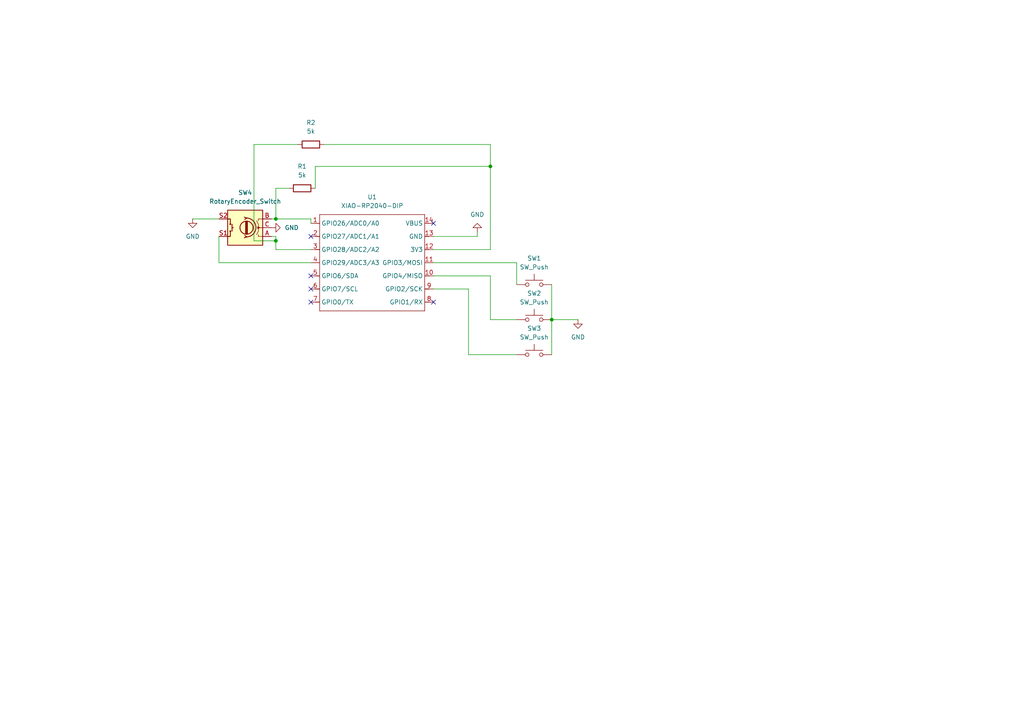
<source format=kicad_sch>
(kicad_sch (version 20231120) (generator "eeschema") (generator_version "8.0")
  (paper "A4")
  (lib_symbols
    (symbol "Device:R" (pin_numbers hide) (pin_names (offset 0))
      (property "Reference" "R" (at 2.032 0 90))
      (property "Value" "R" (at 0 0 90))
      (symbol "R_0_1"
        (rectangle (start -1.016 -2.54) (end 1.016 2.54) (stroke (width 0.254)))
      )
      (symbol "R_1_1"
        (pin passive line (at 0 3.81 270) (length 1.27) (name "~") (number "1"))
        (pin passive line (at 0 -3.81 90) (length 1.27) (name "~") (number "2"))
      )
    )
    (symbol "Device:RotaryEncoder_Switch" (pin_names (offset 0.254) hide)
      (property "Reference" "SW" (at 0 6.604 0))
      (property "Value" "RotaryEncoder_Switch" (at 0 -6.604 0))
      (symbol "RotaryEncoder_Switch_0_1"
        (rectangle (start -5.08 5.08) (end 5.08 -5.08) (stroke (width 0.254)) (fill (type background)))
        (circle (center -3.81 0) (radius 0.254) (fill (type outline)))
        (circle (center -0.381 0) (radius 1.905) (stroke (width 0.254)))
        (arc (start -0.381 2.667) (mid -3.0988 -0.0635) (end -0.381 -2.794) (stroke (width 0.254)))
        (polyline (pts (xy -0.635 -1.778) (xy -0.635 1.778)) (stroke (width 0.254)))
        (polyline (pts (xy -0.381 -1.778) (xy -0.381 1.778)) (stroke (width 0.254)))
        (polyline (pts (xy -0.127 1.778) (xy -0.127 -1.778)) (stroke (width 0.254)))
        (polyline (pts (xy 3.81 0) (xy 3.429 0)) (stroke (width 0.254)))
        (polyline (pts (xy 3.81 1.016) (xy 3.81 -1.016)) (stroke (width 0.254)))
        (polyline (pts (xy -5.08 -2.54) (xy -3.81 -2.54) (xy -3.81 -2.032)))
        (polyline (pts (xy -5.08 2.54) (xy -3.81 2.54) (xy -3.81 2.032)))
        (polyline (pts (xy 0.254 -3.048) (xy -0.508 -2.794) (xy 0.127 -2.413)) (stroke (width 0.254)))
        (polyline (pts (xy 0.254 2.921) (xy -0.508 2.667) (xy 0.127 2.286)) (stroke (width 0.254)))
        (polyline (pts (xy 5.08 -2.54) (xy 4.318 -2.54) (xy 4.318 -1.016)) (stroke (width 0.254)))
        (polyline (pts (xy 5.08 2.54) (xy 4.318 2.54) (xy 4.318 1.016)) (stroke (width 0.254)))
        (polyline (pts (xy -5.08 0) (xy -3.81 0) (xy -3.81 -1.016) (xy -3.302 -2.032)))
        (polyline (pts (xy -4.318 0) (xy -3.81 0) (xy -3.81 1.016) (xy -3.302 2.032)))
        (circle (center 4.318 -1.016) (radius 0.127) (stroke (width 0.254)))
        (circle (center 4.318 1.016) (radius 0.127) (stroke (width 0.254)))
      )
      (symbol "RotaryEncoder_Switch_1_1"
        (pin passive line (at -7.62 2.54 0) (length 2.54) (name "A") (number "A"))
        (pin passive line (at -7.62 -2.54 0) (length 2.54) (name "B") (number "B"))
        (pin passive line (at -7.62 0 0) (length 2.54) (name "C") (number "C"))
        (pin passive line (at 7.62 2.54 180) (length 2.54) (name "S1") (number "S1"))
        (pin passive line (at 7.62 -2.54 180) (length 2.54) (name "S2") (number "S2"))
      )
    )
    (symbol "Seeed_Studio_XIAO_Series:XIAO-RP2040-DIP"
      (property "Reference" "U" (at 0 0 0))
      (property "Value" "XIAO-RP2040-DIP" (at 5.334 -1.778 0))
      (symbol "XIAO-RP2040-DIP_1_0"
        (polyline (pts (xy -1.27 -30.48) (xy -1.27 -16.51)) (stroke (width 0.1524)))
        (polyline (pts (xy -1.27 -27.94) (xy -2.54 -27.94)) (stroke (width 0.1524)))
        (polyline (pts (xy -1.27 -24.13) (xy -2.54 -24.13)) (stroke (width 0.1524)))
        (polyline (pts (xy -1.27 -20.32) (xy -2.54 -20.32)) (stroke (width 0.1524)))
        (polyline (pts (xy -1.27 -16.51) (xy -2.54 -16.51)) (stroke (width 0.1524)))
        (polyline (pts (xy -1.27 -16.51) (xy -1.27 -12.7)) (stroke (width 0.1524)))
        (polyline (pts (xy -1.27 -12.7) (xy -2.54 -12.7)) (stroke (width 0.1524)))
        (polyline (pts (xy -1.27 -12.7) (xy -1.27 -8.89)) (stroke (width 0.1524)))
        (polyline (pts (xy -1.27 -8.89) (xy -2.54 -8.89)) (stroke (width 0.1524)))
        (polyline (pts (xy -1.27 -8.89) (xy -1.27 -5.08)) (stroke (width 0.1524)))
        (polyline (pts (xy -1.27 -5.08) (xy -2.54 -5.08)) (stroke (width 0.1524)))
        (polyline (pts (xy -1.27 -5.08) (xy -1.27 -2.54)) (stroke (width 0.1524)))
        (polyline (pts (xy -1.27 -2.54) (xy 29.21 -2.54)) (stroke (width 0.1524)))
        (polyline (pts (xy 29.21 -30.48) (xy -1.27 -30.48)) (stroke (width 0.1524)))
        (polyline (pts (xy 29.21 -12.7) (xy 29.21 -30.48)) (stroke (width 0.1524)))
        (polyline (pts (xy 29.21 -8.89) (xy 29.21 -12.7)) (stroke (width 0.1524)))
        (polyline (pts (xy 29.21 -5.08) (xy 29.21 -8.89)) (stroke (width 0.1524)))
        (polyline (pts (xy 29.21 -2.54) (xy 29.21 -5.08)) (stroke (width 0.1524)))
        (polyline (pts (xy 30.48 -27.94) (xy 29.21 -27.94)) (stroke (width 0.1524)))
        (polyline (pts (xy 30.48 -24.13) (xy 29.21 -24.13)) (stroke (width 0.1524)))
        (polyline (pts (xy 30.48 -20.32) (xy 29.21 -20.32)) (stroke (width 0.1524)))
        (polyline (pts (xy 30.48 -16.51) (xy 29.21 -16.51)) (stroke (width 0.1524)))
        (polyline (pts (xy 30.48 -12.7) (xy 29.21 -12.7)) (stroke (width 0.1524)))
        (polyline (pts (xy 30.48 -8.89) (xy 29.21 -8.89)) (stroke (width 0.1524)))
        (polyline (pts (xy 30.48 -5.08) (xy 29.21 -5.08)) (stroke (width 0.1524)))
        (pin passive line (at -3.81 -5.08 0) (length 2.54) (name "GPIO26/ADC0/A0") (number "1"))
        (pin passive line (at 31.75 -20.32 180) (length 2.54) (name "GPIO4/MISO") (number "10"))
        (pin passive line (at 31.75 -16.51 180) (length 2.54) (name "GPIO3/MOSI") (number "11"))
        (pin passive line (at 31.75 -12.7 180) (length 2.54) (name "3V3") (number "12"))
        (pin passive line (at 31.75 -8.89 180) (length 2.54) (name "GND") (number "13"))
        (pin passive line (at 31.75 -5.08 180) (length 2.54) (name "VBUS") (number "14"))
        (pin passive line (at -3.81 -8.89 0) (length 2.54) (name "GPIO27/ADC1/A1") (number "2"))
        (pin passive line (at -3.81 -12.7 0) (length 2.54) (name "GPIO28/ADC2/A2") (number "3"))
        (pin passive line (at -3.81 -16.51 0) (length 2.54) (name "GPIO29/ADC3/A3") (number "4"))
        (pin passive line (at -3.81 -20.32 0) (length 2.54) (name "GPIO6/SDA") (number "5"))
        (pin passive line (at -3.81 -24.13 0) (length 2.54) (name "GPIO7/SCL") (number "6"))
        (pin passive line (at -3.81 -27.94 0) (length 2.54) (name "GPIO0/TX") (number "7"))
        (pin passive line (at 31.75 -27.94 180) (length 2.54) (name "GPIO1/RX") (number "8"))
        (pin passive line (at 31.75 -24.13 180) (length 2.54) (name "GPIO2/SCK") (number "9"))
      )
    )
    (symbol "Switch:SW_Push" (pin_numbers hide) (pin_names (offset 1.016) hide)
      (property "Reference" "SW" (at 1.27 2.54 0))
      (property "Value" "SW_Push" (at 0 -1.524 0))
      (symbol "SW_Push_0_1"
        (circle (center -2.032 0) (radius 0.508))
        (polyline (pts (xy 0 1.27) (xy 0 3.048)))
        (polyline (pts (xy 2.54 1.27) (xy -2.54 1.27)))
        (circle (center 2.032 0) (radius 0.508))
        (pin passive line (at -5.08 0 0) (length 2.54) (name "1") (number "1"))
        (pin passive line (at 5.08 0 180) (length 2.54) (name "2") (number "2"))
      )
    )
    (symbol "power:GND" (power) (pin_numbers hide) (pin_names (offset 0) hide)
      (property "Value" "GND" (at 0 -3.81 0))
      (symbol "GND_0_1"
        (polyline (pts (xy 0 0) (xy 0 -1.27) (xy 1.27 -1.27) (xy 0 -2.54) (xy -1.27 -1.27) (xy 0 -1.27)))
      )
      (symbol "GND_1_1"
        (pin power_in line (at 0 0 270) (length 0) (name "~") (number "1"))
      )
    )
  )
  (junction (at 80.01 69.85))
  (junction (at 142.24 48.26))
  (junction (at 160.02 92.71))
  (junction (at 80.01 63.5))
  (no_connect (at 90.17 87.63))
  (no_connect (at 90.17 68.58))
  (no_connect (at 125.73 87.63))
  (no_connect (at 90.17 80.01))
  (no_connect (at 90.17 83.82))
  (no_connect (at 125.73 64.77))
  (wire (pts (xy 160.02 92.71) (xy 160.02 102.87)))
  (wire (pts (xy 93.98 41.91) (xy 142.24 41.91)))
  (wire (pts (xy 80.01 63.5) (xy 90.17 63.5)))
  (wire (pts (xy 135.89 102.87) (xy 149.86 102.87)))
  (wire (pts (xy 73.66 41.91) (xy 86.36 41.91)))
  (wire (pts (xy 125.73 76.2) (xy 149.86 76.2)))
  (wire (pts (xy 63.5 68.58) (xy 63.5 76.2)))
  (wire (pts (xy 78.74 63.5) (xy 80.01 63.5)))
  (wire (pts (xy 149.86 76.2) (xy 149.86 82.55)))
  (wire (pts (xy 78.74 68.58) (xy 80.01 68.58)))
  (wire (pts (xy 142.24 41.91) (xy 142.24 48.26)))
  (wire (pts (xy 80.01 63.5) (xy 80.01 54.61)))
  (wire (pts (xy 80.01 68.58) (xy 80.01 69.85)))
  (wire (pts (xy 73.66 69.85) (xy 73.66 41.91)))
  (wire (pts (xy 160.02 92.71) (xy 167.64 92.71)))
  (wire (pts (xy 55.88 63.5) (xy 63.5 63.5)))
  (wire (pts (xy 142.24 92.71) (xy 149.86 92.71)))
  (wire (pts (xy 142.24 80.01) (xy 142.24 92.71)))
  (wire (pts (xy 125.73 72.39) (xy 142.24 72.39)))
  (wire (pts (xy 160.02 82.55) (xy 160.02 92.71)))
  (wire (pts (xy 80.01 72.39) (xy 90.17 72.39)))
  (wire (pts (xy 125.73 80.01) (xy 142.24 80.01)))
  (wire (pts (xy 90.17 76.2) (xy 63.5 76.2)))
  (wire (pts (xy 91.44 48.26) (xy 142.24 48.26)))
  (wire (pts (xy 90.17 63.5) (xy 90.17 64.77)))
  (wire (pts (xy 138.43 68.58) (xy 138.43 67.31)))
  (wire (pts (xy 135.89 83.82) (xy 135.89 102.87)))
  (wire (pts (xy 125.73 68.58) (xy 138.43 68.58)))
  (wire (pts (xy 80.01 72.39) (xy 80.01 69.85)))
  (wire (pts (xy 80.01 69.85) (xy 73.66 69.85)))
  (wire (pts (xy 125.73 83.82) (xy 135.89 83.82)))
  (wire (pts (xy 91.44 48.26) (xy 91.44 54.61)))
  (wire (pts (xy 142.24 48.26) (xy 142.24 72.39)))
  (wire (pts (xy 80.01 54.61) (xy 83.82 54.61)))
  (symbol (lib_id "Seeed_Studio_XIAO_Series:XIAO-RP2040-DIP") (at 93.98 59.69 0) (unit 1)
    (property "Reference" "U1" (at 107.95 57.15 0))
    (property "Value" "XIAO-RP2040-DIP" (at 107.95 59.69 0))
    (property "Footprint" "Seeed Studio XIAO Series Library:XIAO-RP2040-DIP" (effects (hide yes)))
  )
  (symbol (lib_id "Switch:SW_Push") (at 154.94 92.71 0) (unit 1)
    (property "Reference" "SW2" (at 154.94 85.09 0))
    (property "Value" "SW_Push" (at 154.94 87.63 0))
    (property "Footprint" "Button_Switch_Keyboard:SW_Cherry_MX_1.00u_PCB" (effects (hide yes)))
    (property "Description" "Push button switch, generic, two pins" (effects (hide yes)))
  )
  (symbol (lib_id "Device:R") (at 90.17 41.91 270) (unit 1)
    (property "Reference" "R2" (at 90.17 35.56 90))
    (property "Value" "5k" (at 90.17 38.1 90))
    (property "Footprint" "Resistor_THT:R_Axial_DIN0204_L3.6mm_D1.6mm_P7.62mm_Horizontal" (effects (hide yes)))
    (property "Description" "Resistor" (effects (hide yes)))
  )
  (symbol (lib_id "Switch:SW_Push") (at 154.94 102.87 0) (unit 1)
    (property "Reference" "SW3" (at 154.94 95.25 0))
    (property "Value" "SW_Push" (at 154.94 97.79 0))
    (property "Footprint" "Button_Switch_Keyboard:SW_Cherry_MX_1.00u_PCB" (effects (hide yes)))
    (property "Description" "Push button switch, generic, two pins" (effects (hide yes)))
  )
  (symbol (lib_id "Switch:SW_Push") (at 154.94 82.55 0) (unit 1)
    (property "Reference" "SW1" (at 154.94 74.93 0))
    (property "Value" "SW_Push" (at 154.94 77.47 0))
    (property "Footprint" "Button_Switch_Keyboard:SW_Cherry_MX_1.00u_PCB" (effects (hide yes)))
    (property "Description" "Push button switch, generic, two pins" (effects (hide yes)))
  )
  (symbol (lib_id "Device:R") (at 87.63 54.61 270) (unit 1)
    (property "Reference" "R1" (at 87.63 48.26 90))
    (property "Value" "5k" (at 87.63 50.8 90))
    (property "Footprint" "Resistor_THT:R_Axial_DIN0204_L3.6mm_D1.6mm_P7.62mm_Horizontal" (effects (hide yes)))
    (property "Description" "Resistor" (effects (hide yes)))
  )
  (symbol (lib_id "Device:RotaryEncoder_Switch") (at 71.12 66.04 180) (unit 1)
    (property "Reference" "SW4" (at 71.12 55.88 0))
    (property "Value" "RotaryEncoder_Switch" (at 71.12 58.42 0))
    (property "Footprint" "Rotary_Encoder:RotaryEncoder_Alps_EC11E-Switch_Vertical_H20mm_CircularMountingHoles" (effects (hide yes)))
    (property "Description" "Rotary encoder, dual channel, incremental quadrate outputs, with switch" (effects (hide yes)))
  )
  (symbol (lib_id "power:GND") (at 138.43 67.31 180) (unit 1)
    (property "Reference" "#PWR01" (effects (hide yes)))
    (property "Value" "GND" (at 138.43 62.23 0))
    (property "Description" "Power symbol creates a global label with name \"GND\" , ground" (effects (hide yes)))
  )
  (symbol (lib_id "power:GND") (at 167.64 92.71 0) (unit 1)
    (property "Reference" "#PWR03" (effects (hide yes)))
    (property "Value" "GND" (at 167.64 97.79 0))
    (property "Description" "Power symbol creates a global label with name \"GND\" , ground" (effects (hide yes)))
  )
  (symbol (lib_id "power:GND") (at 55.88 63.5 0) (unit 1)
    (property "Reference" "#PWR02" (effects (hide yes)))
    (property "Value" "GND" (at 55.88 68.58 0))
    (property "Description" "Power symbol creates a global label with name \"GND\" , ground" (effects (hide yes)))
  )
  (symbol (lib_id "power:GND") (at 78.74 66.04 90) (unit 1)
    (property "Reference" "#PWR04" (effects (hide yes)))
    (property "Value" "GND" (at 82.55 66.0399 90) (effects (justify right)))
    (property "Description" "Power symbol creates a global label with name \"GND\" , ground" (effects (hide yes)))
  )
)
</source>
